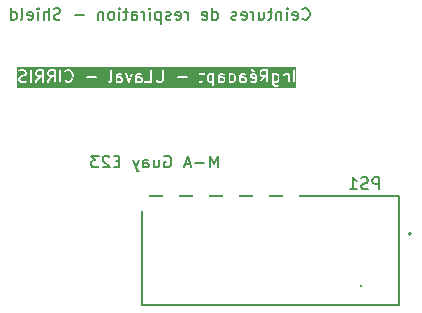
<source format=gbr>
%TF.GenerationSoftware,KiCad,Pcbnew,9.0.1*%
%TF.CreationDate,2025-06-09T14:27:30-04:00*%
%TF.ProjectId,Ceinture_respiration_Shield,4365696e-7475-4726-955f-726573706972,1.1*%
%TF.SameCoordinates,Original*%
%TF.FileFunction,Legend,Bot*%
%TF.FilePolarity,Positive*%
%FSLAX46Y46*%
G04 Gerber Fmt 4.6, Leading zero omitted, Abs format (unit mm)*
G04 Created by KiCad (PCBNEW 9.0.1) date 2025-06-09 14:27:30*
%MOMM*%
%LPD*%
G01*
G04 APERTURE LIST*
%ADD10C,0.150000*%
%ADD11C,0.127000*%
%ADD12C,0.200000*%
%ADD13R,1.508000X1.508000*%
%ADD14C,1.508000*%
%ADD15C,2.400000*%
%ADD16R,1.950000X1.950000*%
%ADD17C,1.950000*%
%ADD18R,1.700000X1.700000*%
%ADD19O,1.700000X1.700000*%
G04 APERTURE END LIST*
D10*
X40250000Y-1974600D02*
X40275400Y-1974600D01*
X40275400Y-2000000D01*
X40250000Y-2000000D01*
X40250000Y-1974600D01*
G36*
X40250000Y-1974600D02*
G01*
X40275400Y-1974600D01*
X40275400Y-2000000D01*
X40250000Y-2000000D01*
X40250000Y-1974600D01*
G37*
X28151315Y8000681D02*
X28151315Y9000681D01*
X28151315Y9000681D02*
X27817982Y8286396D01*
X27817982Y8286396D02*
X27484649Y9000681D01*
X27484649Y9000681D02*
X27484649Y8000681D01*
X27008458Y8381634D02*
X26246554Y8381634D01*
X25817982Y8286396D02*
X25341792Y8286396D01*
X25913220Y8000681D02*
X25579887Y9000681D01*
X25579887Y9000681D02*
X25246554Y8000681D01*
X23627506Y8953062D02*
X23722744Y9000681D01*
X23722744Y9000681D02*
X23865601Y9000681D01*
X23865601Y9000681D02*
X24008458Y8953062D01*
X24008458Y8953062D02*
X24103696Y8857824D01*
X24103696Y8857824D02*
X24151315Y8762586D01*
X24151315Y8762586D02*
X24198934Y8572110D01*
X24198934Y8572110D02*
X24198934Y8429253D01*
X24198934Y8429253D02*
X24151315Y8238777D01*
X24151315Y8238777D02*
X24103696Y8143539D01*
X24103696Y8143539D02*
X24008458Y8048300D01*
X24008458Y8048300D02*
X23865601Y8000681D01*
X23865601Y8000681D02*
X23770363Y8000681D01*
X23770363Y8000681D02*
X23627506Y8048300D01*
X23627506Y8048300D02*
X23579887Y8095920D01*
X23579887Y8095920D02*
X23579887Y8429253D01*
X23579887Y8429253D02*
X23770363Y8429253D01*
X22722744Y8667348D02*
X22722744Y8000681D01*
X23151315Y8667348D02*
X23151315Y8143539D01*
X23151315Y8143539D02*
X23103696Y8048300D01*
X23103696Y8048300D02*
X23008458Y8000681D01*
X23008458Y8000681D02*
X22865601Y8000681D01*
X22865601Y8000681D02*
X22770363Y8048300D01*
X22770363Y8048300D02*
X22722744Y8095920D01*
X21817982Y8000681D02*
X21817982Y8524491D01*
X21817982Y8524491D02*
X21865601Y8619729D01*
X21865601Y8619729D02*
X21960839Y8667348D01*
X21960839Y8667348D02*
X22151315Y8667348D01*
X22151315Y8667348D02*
X22246553Y8619729D01*
X21817982Y8048300D02*
X21913220Y8000681D01*
X21913220Y8000681D02*
X22151315Y8000681D01*
X22151315Y8000681D02*
X22246553Y8048300D01*
X22246553Y8048300D02*
X22294172Y8143539D01*
X22294172Y8143539D02*
X22294172Y8238777D01*
X22294172Y8238777D02*
X22246553Y8334015D01*
X22246553Y8334015D02*
X22151315Y8381634D01*
X22151315Y8381634D02*
X21913220Y8381634D01*
X21913220Y8381634D02*
X21817982Y8429253D01*
X21437029Y8667348D02*
X21198934Y8000681D01*
X20960839Y8667348D02*
X21198934Y8000681D01*
X21198934Y8000681D02*
X21294172Y7762586D01*
X21294172Y7762586D02*
X21341791Y7714967D01*
X21341791Y7714967D02*
X21437029Y7667348D01*
X19817981Y8524491D02*
X19484648Y8524491D01*
X19341791Y8000681D02*
X19817981Y8000681D01*
X19817981Y8000681D02*
X19817981Y9000681D01*
X19817981Y9000681D02*
X19341791Y9000681D01*
X18960838Y8905443D02*
X18913219Y8953062D01*
X18913219Y8953062D02*
X18817981Y9000681D01*
X18817981Y9000681D02*
X18579886Y9000681D01*
X18579886Y9000681D02*
X18484648Y8953062D01*
X18484648Y8953062D02*
X18437029Y8905443D01*
X18437029Y8905443D02*
X18389410Y8810205D01*
X18389410Y8810205D02*
X18389410Y8714967D01*
X18389410Y8714967D02*
X18437029Y8572110D01*
X18437029Y8572110D02*
X19008457Y8000681D01*
X19008457Y8000681D02*
X18389410Y8000681D01*
X18056076Y9000681D02*
X17437029Y9000681D01*
X17437029Y9000681D02*
X17770362Y8619729D01*
X17770362Y8619729D02*
X17627505Y8619729D01*
X17627505Y8619729D02*
X17532267Y8572110D01*
X17532267Y8572110D02*
X17484648Y8524491D01*
X17484648Y8524491D02*
X17437029Y8429253D01*
X17437029Y8429253D02*
X17437029Y8191158D01*
X17437029Y8191158D02*
X17484648Y8095920D01*
X17484648Y8095920D02*
X17532267Y8048300D01*
X17532267Y8048300D02*
X17627505Y8000681D01*
X17627505Y8000681D02*
X17913219Y8000681D01*
X17913219Y8000681D02*
X18008457Y8048300D01*
X18008457Y8048300D02*
X18056076Y8095920D01*
X35297620Y20595920D02*
X35345239Y20548300D01*
X35345239Y20548300D02*
X35488096Y20500681D01*
X35488096Y20500681D02*
X35583334Y20500681D01*
X35583334Y20500681D02*
X35726191Y20548300D01*
X35726191Y20548300D02*
X35821429Y20643539D01*
X35821429Y20643539D02*
X35869048Y20738777D01*
X35869048Y20738777D02*
X35916667Y20929253D01*
X35916667Y20929253D02*
X35916667Y21072110D01*
X35916667Y21072110D02*
X35869048Y21262586D01*
X35869048Y21262586D02*
X35821429Y21357824D01*
X35821429Y21357824D02*
X35726191Y21453062D01*
X35726191Y21453062D02*
X35583334Y21500681D01*
X35583334Y21500681D02*
X35488096Y21500681D01*
X35488096Y21500681D02*
X35345239Y21453062D01*
X35345239Y21453062D02*
X35297620Y21405443D01*
X34488096Y20548300D02*
X34583334Y20500681D01*
X34583334Y20500681D02*
X34773810Y20500681D01*
X34773810Y20500681D02*
X34869048Y20548300D01*
X34869048Y20548300D02*
X34916667Y20643539D01*
X34916667Y20643539D02*
X34916667Y21024491D01*
X34916667Y21024491D02*
X34869048Y21119729D01*
X34869048Y21119729D02*
X34773810Y21167348D01*
X34773810Y21167348D02*
X34583334Y21167348D01*
X34583334Y21167348D02*
X34488096Y21119729D01*
X34488096Y21119729D02*
X34440477Y21024491D01*
X34440477Y21024491D02*
X34440477Y20929253D01*
X34440477Y20929253D02*
X34916667Y20834015D01*
X34011905Y20500681D02*
X34011905Y21167348D01*
X34011905Y21500681D02*
X34059524Y21453062D01*
X34059524Y21453062D02*
X34011905Y21405443D01*
X34011905Y21405443D02*
X33964286Y21453062D01*
X33964286Y21453062D02*
X34011905Y21500681D01*
X34011905Y21500681D02*
X34011905Y21405443D01*
X33535715Y21167348D02*
X33535715Y20500681D01*
X33535715Y21072110D02*
X33488096Y21119729D01*
X33488096Y21119729D02*
X33392858Y21167348D01*
X33392858Y21167348D02*
X33250001Y21167348D01*
X33250001Y21167348D02*
X33154763Y21119729D01*
X33154763Y21119729D02*
X33107144Y21024491D01*
X33107144Y21024491D02*
X33107144Y20500681D01*
X32773810Y21167348D02*
X32392858Y21167348D01*
X32630953Y21500681D02*
X32630953Y20643539D01*
X32630953Y20643539D02*
X32583334Y20548300D01*
X32583334Y20548300D02*
X32488096Y20500681D01*
X32488096Y20500681D02*
X32392858Y20500681D01*
X31630953Y21167348D02*
X31630953Y20500681D01*
X32059524Y21167348D02*
X32059524Y20643539D01*
X32059524Y20643539D02*
X32011905Y20548300D01*
X32011905Y20548300D02*
X31916667Y20500681D01*
X31916667Y20500681D02*
X31773810Y20500681D01*
X31773810Y20500681D02*
X31678572Y20548300D01*
X31678572Y20548300D02*
X31630953Y20595920D01*
X31154762Y20500681D02*
X31154762Y21167348D01*
X31154762Y20976872D02*
X31107143Y21072110D01*
X31107143Y21072110D02*
X31059524Y21119729D01*
X31059524Y21119729D02*
X30964286Y21167348D01*
X30964286Y21167348D02*
X30869048Y21167348D01*
X30154762Y20548300D02*
X30250000Y20500681D01*
X30250000Y20500681D02*
X30440476Y20500681D01*
X30440476Y20500681D02*
X30535714Y20548300D01*
X30535714Y20548300D02*
X30583333Y20643539D01*
X30583333Y20643539D02*
X30583333Y21024491D01*
X30583333Y21024491D02*
X30535714Y21119729D01*
X30535714Y21119729D02*
X30440476Y21167348D01*
X30440476Y21167348D02*
X30250000Y21167348D01*
X30250000Y21167348D02*
X30154762Y21119729D01*
X30154762Y21119729D02*
X30107143Y21024491D01*
X30107143Y21024491D02*
X30107143Y20929253D01*
X30107143Y20929253D02*
X30583333Y20834015D01*
X29726190Y20548300D02*
X29630952Y20500681D01*
X29630952Y20500681D02*
X29440476Y20500681D01*
X29440476Y20500681D02*
X29345238Y20548300D01*
X29345238Y20548300D02*
X29297619Y20643539D01*
X29297619Y20643539D02*
X29297619Y20691158D01*
X29297619Y20691158D02*
X29345238Y20786396D01*
X29345238Y20786396D02*
X29440476Y20834015D01*
X29440476Y20834015D02*
X29583333Y20834015D01*
X29583333Y20834015D02*
X29678571Y20881634D01*
X29678571Y20881634D02*
X29726190Y20976872D01*
X29726190Y20976872D02*
X29726190Y21024491D01*
X29726190Y21024491D02*
X29678571Y21119729D01*
X29678571Y21119729D02*
X29583333Y21167348D01*
X29583333Y21167348D02*
X29440476Y21167348D01*
X29440476Y21167348D02*
X29345238Y21119729D01*
X27678571Y20500681D02*
X27678571Y21500681D01*
X27678571Y20548300D02*
X27773809Y20500681D01*
X27773809Y20500681D02*
X27964285Y20500681D01*
X27964285Y20500681D02*
X28059523Y20548300D01*
X28059523Y20548300D02*
X28107142Y20595920D01*
X28107142Y20595920D02*
X28154761Y20691158D01*
X28154761Y20691158D02*
X28154761Y20976872D01*
X28154761Y20976872D02*
X28107142Y21072110D01*
X28107142Y21072110D02*
X28059523Y21119729D01*
X28059523Y21119729D02*
X27964285Y21167348D01*
X27964285Y21167348D02*
X27773809Y21167348D01*
X27773809Y21167348D02*
X27678571Y21119729D01*
X26821428Y20548300D02*
X26916666Y20500681D01*
X26916666Y20500681D02*
X27107142Y20500681D01*
X27107142Y20500681D02*
X27202380Y20548300D01*
X27202380Y20548300D02*
X27249999Y20643539D01*
X27249999Y20643539D02*
X27249999Y21024491D01*
X27249999Y21024491D02*
X27202380Y21119729D01*
X27202380Y21119729D02*
X27107142Y21167348D01*
X27107142Y21167348D02*
X26916666Y21167348D01*
X26916666Y21167348D02*
X26821428Y21119729D01*
X26821428Y21119729D02*
X26773809Y21024491D01*
X26773809Y21024491D02*
X26773809Y20929253D01*
X26773809Y20929253D02*
X27249999Y20834015D01*
X25583332Y20500681D02*
X25583332Y21167348D01*
X25583332Y20976872D02*
X25535713Y21072110D01*
X25535713Y21072110D02*
X25488094Y21119729D01*
X25488094Y21119729D02*
X25392856Y21167348D01*
X25392856Y21167348D02*
X25297618Y21167348D01*
X24583332Y20548300D02*
X24678570Y20500681D01*
X24678570Y20500681D02*
X24869046Y20500681D01*
X24869046Y20500681D02*
X24964284Y20548300D01*
X24964284Y20548300D02*
X25011903Y20643539D01*
X25011903Y20643539D02*
X25011903Y21024491D01*
X25011903Y21024491D02*
X24964284Y21119729D01*
X24964284Y21119729D02*
X24869046Y21167348D01*
X24869046Y21167348D02*
X24678570Y21167348D01*
X24678570Y21167348D02*
X24583332Y21119729D01*
X24583332Y21119729D02*
X24535713Y21024491D01*
X24535713Y21024491D02*
X24535713Y20929253D01*
X24535713Y20929253D02*
X25011903Y20834015D01*
X24154760Y20548300D02*
X24059522Y20500681D01*
X24059522Y20500681D02*
X23869046Y20500681D01*
X23869046Y20500681D02*
X23773808Y20548300D01*
X23773808Y20548300D02*
X23726189Y20643539D01*
X23726189Y20643539D02*
X23726189Y20691158D01*
X23726189Y20691158D02*
X23773808Y20786396D01*
X23773808Y20786396D02*
X23869046Y20834015D01*
X23869046Y20834015D02*
X24011903Y20834015D01*
X24011903Y20834015D02*
X24107141Y20881634D01*
X24107141Y20881634D02*
X24154760Y20976872D01*
X24154760Y20976872D02*
X24154760Y21024491D01*
X24154760Y21024491D02*
X24107141Y21119729D01*
X24107141Y21119729D02*
X24011903Y21167348D01*
X24011903Y21167348D02*
X23869046Y21167348D01*
X23869046Y21167348D02*
X23773808Y21119729D01*
X23297617Y21167348D02*
X23297617Y20167348D01*
X23297617Y21119729D02*
X23202379Y21167348D01*
X23202379Y21167348D02*
X23011903Y21167348D01*
X23011903Y21167348D02*
X22916665Y21119729D01*
X22916665Y21119729D02*
X22869046Y21072110D01*
X22869046Y21072110D02*
X22821427Y20976872D01*
X22821427Y20976872D02*
X22821427Y20691158D01*
X22821427Y20691158D02*
X22869046Y20595920D01*
X22869046Y20595920D02*
X22916665Y20548300D01*
X22916665Y20548300D02*
X23011903Y20500681D01*
X23011903Y20500681D02*
X23202379Y20500681D01*
X23202379Y20500681D02*
X23297617Y20548300D01*
X22392855Y20500681D02*
X22392855Y21167348D01*
X22392855Y21500681D02*
X22440474Y21453062D01*
X22440474Y21453062D02*
X22392855Y21405443D01*
X22392855Y21405443D02*
X22345236Y21453062D01*
X22345236Y21453062D02*
X22392855Y21500681D01*
X22392855Y21500681D02*
X22392855Y21405443D01*
X21916665Y20500681D02*
X21916665Y21167348D01*
X21916665Y20976872D02*
X21869046Y21072110D01*
X21869046Y21072110D02*
X21821427Y21119729D01*
X21821427Y21119729D02*
X21726189Y21167348D01*
X21726189Y21167348D02*
X21630951Y21167348D01*
X20869046Y20500681D02*
X20869046Y21024491D01*
X20869046Y21024491D02*
X20916665Y21119729D01*
X20916665Y21119729D02*
X21011903Y21167348D01*
X21011903Y21167348D02*
X21202379Y21167348D01*
X21202379Y21167348D02*
X21297617Y21119729D01*
X20869046Y20548300D02*
X20964284Y20500681D01*
X20964284Y20500681D02*
X21202379Y20500681D01*
X21202379Y20500681D02*
X21297617Y20548300D01*
X21297617Y20548300D02*
X21345236Y20643539D01*
X21345236Y20643539D02*
X21345236Y20738777D01*
X21345236Y20738777D02*
X21297617Y20834015D01*
X21297617Y20834015D02*
X21202379Y20881634D01*
X21202379Y20881634D02*
X20964284Y20881634D01*
X20964284Y20881634D02*
X20869046Y20929253D01*
X20535712Y21167348D02*
X20154760Y21167348D01*
X20392855Y21500681D02*
X20392855Y20643539D01*
X20392855Y20643539D02*
X20345236Y20548300D01*
X20345236Y20548300D02*
X20249998Y20500681D01*
X20249998Y20500681D02*
X20154760Y20500681D01*
X19821426Y20500681D02*
X19821426Y21167348D01*
X19821426Y21500681D02*
X19869045Y21453062D01*
X19869045Y21453062D02*
X19821426Y21405443D01*
X19821426Y21405443D02*
X19773807Y21453062D01*
X19773807Y21453062D02*
X19821426Y21500681D01*
X19821426Y21500681D02*
X19821426Y21405443D01*
X19202379Y20500681D02*
X19297617Y20548300D01*
X19297617Y20548300D02*
X19345236Y20595920D01*
X19345236Y20595920D02*
X19392855Y20691158D01*
X19392855Y20691158D02*
X19392855Y20976872D01*
X19392855Y20976872D02*
X19345236Y21072110D01*
X19345236Y21072110D02*
X19297617Y21119729D01*
X19297617Y21119729D02*
X19202379Y21167348D01*
X19202379Y21167348D02*
X19059522Y21167348D01*
X19059522Y21167348D02*
X18964284Y21119729D01*
X18964284Y21119729D02*
X18916665Y21072110D01*
X18916665Y21072110D02*
X18869046Y20976872D01*
X18869046Y20976872D02*
X18869046Y20691158D01*
X18869046Y20691158D02*
X18916665Y20595920D01*
X18916665Y20595920D02*
X18964284Y20548300D01*
X18964284Y20548300D02*
X19059522Y20500681D01*
X19059522Y20500681D02*
X19202379Y20500681D01*
X18440474Y21167348D02*
X18440474Y20500681D01*
X18440474Y21072110D02*
X18392855Y21119729D01*
X18392855Y21119729D02*
X18297617Y21167348D01*
X18297617Y21167348D02*
X18154760Y21167348D01*
X18154760Y21167348D02*
X18059522Y21119729D01*
X18059522Y21119729D02*
X18011903Y21024491D01*
X18011903Y21024491D02*
X18011903Y20500681D01*
X16773807Y20881634D02*
X16011903Y20881634D01*
X14821426Y20548300D02*
X14678569Y20500681D01*
X14678569Y20500681D02*
X14440474Y20500681D01*
X14440474Y20500681D02*
X14345236Y20548300D01*
X14345236Y20548300D02*
X14297617Y20595920D01*
X14297617Y20595920D02*
X14249998Y20691158D01*
X14249998Y20691158D02*
X14249998Y20786396D01*
X14249998Y20786396D02*
X14297617Y20881634D01*
X14297617Y20881634D02*
X14345236Y20929253D01*
X14345236Y20929253D02*
X14440474Y20976872D01*
X14440474Y20976872D02*
X14630950Y21024491D01*
X14630950Y21024491D02*
X14726188Y21072110D01*
X14726188Y21072110D02*
X14773807Y21119729D01*
X14773807Y21119729D02*
X14821426Y21214967D01*
X14821426Y21214967D02*
X14821426Y21310205D01*
X14821426Y21310205D02*
X14773807Y21405443D01*
X14773807Y21405443D02*
X14726188Y21453062D01*
X14726188Y21453062D02*
X14630950Y21500681D01*
X14630950Y21500681D02*
X14392855Y21500681D01*
X14392855Y21500681D02*
X14249998Y21453062D01*
X13821426Y20500681D02*
X13821426Y21500681D01*
X13392855Y20500681D02*
X13392855Y21024491D01*
X13392855Y21024491D02*
X13440474Y21119729D01*
X13440474Y21119729D02*
X13535712Y21167348D01*
X13535712Y21167348D02*
X13678569Y21167348D01*
X13678569Y21167348D02*
X13773807Y21119729D01*
X13773807Y21119729D02*
X13821426Y21072110D01*
X12916664Y20500681D02*
X12916664Y21167348D01*
X12916664Y21500681D02*
X12964283Y21453062D01*
X12964283Y21453062D02*
X12916664Y21405443D01*
X12916664Y21405443D02*
X12869045Y21453062D01*
X12869045Y21453062D02*
X12916664Y21500681D01*
X12916664Y21500681D02*
X12916664Y21405443D01*
X12059522Y20548300D02*
X12154760Y20500681D01*
X12154760Y20500681D02*
X12345236Y20500681D01*
X12345236Y20500681D02*
X12440474Y20548300D01*
X12440474Y20548300D02*
X12488093Y20643539D01*
X12488093Y20643539D02*
X12488093Y21024491D01*
X12488093Y21024491D02*
X12440474Y21119729D01*
X12440474Y21119729D02*
X12345236Y21167348D01*
X12345236Y21167348D02*
X12154760Y21167348D01*
X12154760Y21167348D02*
X12059522Y21119729D01*
X12059522Y21119729D02*
X12011903Y21024491D01*
X12011903Y21024491D02*
X12011903Y20929253D01*
X12011903Y20929253D02*
X12488093Y20834015D01*
X11440474Y20500681D02*
X11535712Y20548300D01*
X11535712Y20548300D02*
X11583331Y20643539D01*
X11583331Y20643539D02*
X11583331Y21500681D01*
X10630950Y20500681D02*
X10630950Y21500681D01*
X10630950Y20548300D02*
X10726188Y20500681D01*
X10726188Y20500681D02*
X10916664Y20500681D01*
X10916664Y20500681D02*
X11011902Y20548300D01*
X11011902Y20548300D02*
X11059521Y20595920D01*
X11059521Y20595920D02*
X11107140Y20691158D01*
X11107140Y20691158D02*
X11107140Y20976872D01*
X11107140Y20976872D02*
X11059521Y21072110D01*
X11059521Y21072110D02*
X11011902Y21119729D01*
X11011902Y21119729D02*
X10916664Y21167348D01*
X10916664Y21167348D02*
X10726188Y21167348D01*
X10726188Y21167348D02*
X10630950Y21119729D01*
G36*
X33146049Y15808090D02*
G01*
X33176456Y15777683D01*
X33210714Y15709167D01*
X33210714Y15458863D01*
X33176455Y15390347D01*
X33146048Y15359939D01*
X33077533Y15325681D01*
X32922467Y15325681D01*
X32884524Y15344653D01*
X32884524Y15823377D01*
X32922467Y15842348D01*
X33077533Y15842348D01*
X33146049Y15808090D01*
G37*
G36*
X27686904Y15823377D02*
G01*
X27686904Y15344653D01*
X27648961Y15325681D01*
X27493895Y15325681D01*
X27425379Y15359939D01*
X27394972Y15390347D01*
X27360714Y15458863D01*
X27360714Y15709167D01*
X27394972Y15777683D01*
X27425379Y15808090D01*
X27493895Y15842348D01*
X27648961Y15842348D01*
X27686904Y15823377D01*
G37*
G36*
X19646855Y15559297D02*
G01*
X19649544Y15559106D01*
X19652033Y15558075D01*
X19666665Y15556634D01*
X19887055Y15556634D01*
X19944096Y15528114D01*
X19972617Y15471072D01*
X19972617Y15411244D01*
X19944096Y15354202D01*
X19887055Y15325681D01*
X19684370Y15325681D01*
X19646427Y15344653D01*
X19646427Y15559461D01*
X19646855Y15559297D01*
G37*
G36*
X21313522Y15559297D02*
G01*
X21316211Y15559106D01*
X21318700Y15558075D01*
X21333332Y15556634D01*
X21553722Y15556634D01*
X21610763Y15528114D01*
X21639284Y15471072D01*
X21639284Y15411244D01*
X21610763Y15354202D01*
X21553722Y15325681D01*
X21351037Y15325681D01*
X21313094Y15344653D01*
X21313094Y15559461D01*
X21313522Y15559297D01*
G37*
G36*
X28313523Y15559297D02*
G01*
X28316212Y15559106D01*
X28318701Y15558075D01*
X28333333Y15556634D01*
X28553723Y15556634D01*
X28610764Y15528114D01*
X28639285Y15471072D01*
X28639285Y15411244D01*
X28610764Y15354202D01*
X28553723Y15325681D01*
X28351038Y15325681D01*
X28313095Y15344653D01*
X28313095Y15559461D01*
X28313523Y15559297D01*
G37*
G36*
X29479382Y15808090D02*
G01*
X29509789Y15777683D01*
X29544047Y15709167D01*
X29544047Y15458863D01*
X29509788Y15390347D01*
X29479381Y15359939D01*
X29410866Y15325681D01*
X29255800Y15325681D01*
X29217857Y15344653D01*
X29217857Y15823377D01*
X29255800Y15842348D01*
X29410866Y15842348D01*
X29479382Y15808090D01*
G37*
G36*
X30123047Y15559297D02*
G01*
X30125736Y15559106D01*
X30128225Y15558075D01*
X30142857Y15556634D01*
X30363247Y15556634D01*
X30420288Y15528114D01*
X30448809Y15471072D01*
X30448809Y15411244D01*
X30420288Y15354202D01*
X30363247Y15325681D01*
X30160562Y15325681D01*
X30122619Y15344653D01*
X30122619Y15559461D01*
X30123047Y15559297D01*
G37*
G36*
X31277431Y15813828D02*
G01*
X31305952Y15756786D01*
X31305952Y15675501D01*
X30979762Y15740739D01*
X30979762Y15756786D01*
X31008282Y15813828D01*
X31065324Y15842348D01*
X31220390Y15842348D01*
X31277431Y15813828D01*
G37*
G36*
X13258331Y15801872D02*
G01*
X12970084Y15801872D01*
X12901568Y15836130D01*
X12871161Y15866537D01*
X12836903Y15935053D01*
X12836903Y16042500D01*
X12871161Y16111016D01*
X12901568Y16141423D01*
X12970084Y16175681D01*
X13258331Y16175681D01*
X13258331Y15801872D01*
G37*
G36*
X14258331Y15801872D02*
G01*
X13970084Y15801872D01*
X13901568Y15836130D01*
X13871161Y15866537D01*
X13836903Y15935053D01*
X13836903Y16042500D01*
X13871161Y16111016D01*
X13901568Y16141423D01*
X13970084Y16175681D01*
X14258331Y16175681D01*
X14258331Y15801872D01*
G37*
G36*
X32258333Y15801872D02*
G01*
X31970086Y15801872D01*
X31901570Y15836130D01*
X31871163Y15866537D01*
X31836905Y15935053D01*
X31836905Y16042500D01*
X31871163Y16111016D01*
X31901570Y16141423D01*
X31970086Y16175681D01*
X32258333Y16175681D01*
X32258333Y15801872D01*
G37*
G36*
X34805158Y14731237D02*
G01*
X11147221Y14731237D01*
X11147221Y15536396D01*
X11258332Y15536396D01*
X11258332Y15441158D01*
X11259773Y15426526D01*
X11260804Y15424037D01*
X11260995Y15421349D01*
X11266250Y15407617D01*
X11313869Y15312379D01*
X11317832Y15306083D01*
X11318590Y15304253D01*
X11320279Y15302195D01*
X11321701Y15299936D01*
X11323199Y15298637D01*
X11327917Y15292888D01*
X11375536Y15245268D01*
X11381285Y15240550D01*
X11382586Y15239050D01*
X11384845Y15237628D01*
X11386902Y15235940D01*
X11388729Y15235183D01*
X11395029Y15231218D01*
X11490267Y15183599D01*
X11503998Y15178344D01*
X11506687Y15178153D01*
X11509176Y15177122D01*
X11523808Y15175681D01*
X11761903Y15175681D01*
X11769308Y15176411D01*
X11771283Y15176270D01*
X11773880Y15176861D01*
X11776535Y15177122D01*
X11778366Y15177881D01*
X11785620Y15179530D01*
X11928477Y15227149D01*
X11941902Y15233143D01*
X11964009Y15252317D01*
X11977096Y15278490D01*
X11979171Y15307680D01*
X11969917Y15335442D01*
X11950743Y15357550D01*
X11924569Y15370636D01*
X11895379Y15372711D01*
X11881042Y15369451D01*
X11749733Y15325681D01*
X11541513Y15325681D01*
X11472997Y15359939D01*
X11442590Y15390347D01*
X11408332Y15458863D01*
X11408332Y15518691D01*
X11442590Y15587207D01*
X11472997Y15617614D01*
X11549984Y15656108D01*
X11732474Y15701730D01*
X11733553Y15702116D01*
X11734093Y15702154D01*
X11740174Y15704482D01*
X11746320Y15706677D01*
X11746755Y15707000D01*
X11747825Y15707409D01*
X11843063Y15755028D01*
X11849362Y15758993D01*
X11851190Y15759750D01*
X11853246Y15761439D01*
X11855506Y15762860D01*
X11856805Y15764359D01*
X11862555Y15769077D01*
X11910174Y15816696D01*
X11914892Y15822446D01*
X11916391Y15823745D01*
X11917812Y15826005D01*
X11919501Y15828061D01*
X11920258Y15829889D01*
X11924223Y15836188D01*
X11971842Y15931426D01*
X11977097Y15945157D01*
X11977288Y15947847D01*
X11978319Y15950335D01*
X11979760Y15964967D01*
X11979760Y16060205D01*
X11978319Y16074837D01*
X11977288Y16077326D01*
X11977097Y16080015D01*
X11971842Y16093746D01*
X11924223Y16188984D01*
X11920258Y16195284D01*
X11919501Y16197111D01*
X11917812Y16199168D01*
X11916391Y16201427D01*
X11914892Y16202727D01*
X11910174Y16208476D01*
X11867969Y16250681D01*
X12258331Y16250681D01*
X12258331Y15250681D01*
X12259772Y15236049D01*
X12270971Y15209013D01*
X12291663Y15188321D01*
X12318699Y15177122D01*
X12347963Y15177122D01*
X12374999Y15188321D01*
X12395691Y15209013D01*
X12406890Y15236049D01*
X12408331Y15250681D01*
X12408331Y16060205D01*
X12686903Y16060205D01*
X12686903Y15917348D01*
X12688344Y15902716D01*
X12689375Y15900227D01*
X12689566Y15897539D01*
X12694821Y15883807D01*
X12742440Y15788569D01*
X12746404Y15782270D01*
X12747162Y15780442D01*
X12748850Y15778386D01*
X12750272Y15776126D01*
X12751770Y15774827D01*
X12756489Y15769077D01*
X12804108Y15721458D01*
X12809857Y15716740D01*
X12811157Y15715241D01*
X12813416Y15713820D01*
X12815473Y15712131D01*
X12817300Y15711374D01*
X12823600Y15707409D01*
X12918838Y15659790D01*
X12932569Y15654535D01*
X12935258Y15654344D01*
X12937747Y15653313D01*
X12951264Y15651982D01*
X12700461Y15293691D01*
X12693250Y15280877D01*
X12686921Y15252306D01*
X12692006Y15223489D01*
X12707733Y15198810D01*
X12731707Y15182028D01*
X12760278Y15175699D01*
X12789095Y15180784D01*
X12813774Y15196511D01*
X12823345Y15207671D01*
X13134285Y15651872D01*
X13258331Y15651872D01*
X13258331Y15250681D01*
X13259772Y15236049D01*
X13270971Y15209013D01*
X13291663Y15188321D01*
X13318699Y15177122D01*
X13347963Y15177122D01*
X13374999Y15188321D01*
X13395691Y15209013D01*
X13406890Y15236049D01*
X13408331Y15250681D01*
X13408331Y16060205D01*
X13686903Y16060205D01*
X13686903Y15917348D01*
X13688344Y15902716D01*
X13689375Y15900227D01*
X13689566Y15897539D01*
X13694821Y15883807D01*
X13742440Y15788569D01*
X13746404Y15782270D01*
X13747162Y15780442D01*
X13748850Y15778386D01*
X13750272Y15776126D01*
X13751770Y15774827D01*
X13756489Y15769077D01*
X13804108Y15721458D01*
X13809857Y15716740D01*
X13811157Y15715241D01*
X13813416Y15713820D01*
X13815473Y15712131D01*
X13817300Y15711374D01*
X13823600Y15707409D01*
X13918838Y15659790D01*
X13932569Y15654535D01*
X13935258Y15654344D01*
X13937747Y15653313D01*
X13951264Y15651982D01*
X13700461Y15293691D01*
X13693250Y15280877D01*
X13686921Y15252306D01*
X13692006Y15223489D01*
X13707733Y15198810D01*
X13731707Y15182028D01*
X13760278Y15175699D01*
X13789095Y15180784D01*
X13813774Y15196511D01*
X13823345Y15207671D01*
X14134285Y15651872D01*
X14258331Y15651872D01*
X14258331Y15250681D01*
X14259772Y15236049D01*
X14270971Y15209013D01*
X14291663Y15188321D01*
X14318699Y15177122D01*
X14347963Y15177122D01*
X14374999Y15188321D01*
X14395691Y15209013D01*
X14406890Y15236049D01*
X14408331Y15250681D01*
X14408331Y16250681D01*
X14734521Y16250681D01*
X14734521Y15250681D01*
X14735962Y15236049D01*
X14747161Y15209013D01*
X14767853Y15188321D01*
X14794889Y15177122D01*
X14824153Y15177122D01*
X14851189Y15188321D01*
X14871881Y15209013D01*
X14883080Y15236049D01*
X14884521Y15250681D01*
X14884521Y16170074D01*
X15164534Y16170074D01*
X15164534Y16140812D01*
X15175733Y16113775D01*
X15196425Y16093083D01*
X15223462Y16081884D01*
X15252724Y16081884D01*
X15279761Y16093083D01*
X15291126Y16102410D01*
X15326226Y16137510D01*
X15440739Y16175681D01*
X15511637Y16175681D01*
X15626150Y16137510D01*
X15700263Y16063397D01*
X15738756Y15986410D01*
X15782140Y15812876D01*
X15782140Y15688487D01*
X15738756Y15514953D01*
X15700262Y15437966D01*
X15626150Y15363853D01*
X15511637Y15325681D01*
X15440739Y15325681D01*
X15326226Y15363852D01*
X15291127Y15398952D01*
X15279761Y15408280D01*
X15252725Y15419479D01*
X15223462Y15419479D01*
X15196426Y15408281D01*
X15175733Y15387588D01*
X15164534Y15360552D01*
X15164534Y15331289D01*
X15175732Y15304253D01*
X15185059Y15292888D01*
X15232678Y15245268D01*
X15244044Y15235940D01*
X15246532Y15234910D01*
X15248569Y15233143D01*
X15261995Y15227149D01*
X15404851Y15179530D01*
X15412106Y15177881D01*
X15413937Y15177122D01*
X15416590Y15176861D01*
X15419188Y15176270D01*
X15421162Y15176411D01*
X15428569Y15175681D01*
X15523807Y15175681D01*
X15531212Y15176411D01*
X15533187Y15176270D01*
X15535784Y15176861D01*
X15538439Y15177122D01*
X15540270Y15177881D01*
X15547524Y15179530D01*
X15690381Y15227149D01*
X15703806Y15233143D01*
X15705841Y15234909D01*
X15708332Y15235940D01*
X15719697Y15245267D01*
X15734492Y15260062D01*
X18877968Y15260062D01*
X18880042Y15230872D01*
X18893129Y15204697D01*
X18915237Y15185524D01*
X18942998Y15176270D01*
X18972188Y15178344D01*
X18985920Y15183599D01*
X19081158Y15231218D01*
X19083605Y15232759D01*
X19084759Y15233143D01*
X19086195Y15234389D01*
X19093601Y15239050D01*
X19099762Y15246155D01*
X19106867Y15252316D01*
X19111528Y15259722D01*
X19112774Y15261158D01*
X19113158Y15262312D01*
X19114699Y15264759D01*
X19162318Y15359998D01*
X19167573Y15373730D01*
X19167763Y15376418D01*
X19168795Y15378907D01*
X19170236Y15393539D01*
X19170236Y15774491D01*
X19496427Y15774491D01*
X19496427Y15250681D01*
X19497868Y15236049D01*
X19509067Y15209013D01*
X19529759Y15188321D01*
X19556795Y15177122D01*
X19586059Y15177122D01*
X19613095Y15188321D01*
X19616623Y15191850D01*
X19633124Y15183599D01*
X19646855Y15178344D01*
X19649544Y15178153D01*
X19652033Y15177122D01*
X19666665Y15175681D01*
X19904760Y15175681D01*
X19919392Y15177122D01*
X19921881Y15178154D01*
X19924569Y15178344D01*
X19938301Y15183599D01*
X20033539Y15231218D01*
X20035986Y15232759D01*
X20037140Y15233143D01*
X20038576Y15234389D01*
X20045982Y15239050D01*
X20052143Y15246155D01*
X20059248Y15252316D01*
X20063909Y15259722D01*
X20065155Y15261158D01*
X20065539Y15262312D01*
X20067080Y15264759D01*
X20114699Y15359998D01*
X20119954Y15373730D01*
X20120144Y15376418D01*
X20121176Y15378907D01*
X20122617Y15393539D01*
X20122617Y15488777D01*
X20121176Y15503409D01*
X20120145Y15505898D01*
X20119954Y15508587D01*
X20114699Y15522318D01*
X20067080Y15617556D01*
X20065539Y15620004D01*
X20065155Y15621157D01*
X20063909Y15622594D01*
X20059248Y15629999D01*
X20052143Y15636161D01*
X20045982Y15643265D01*
X20038576Y15647927D01*
X20037140Y15649172D01*
X20035986Y15649557D01*
X20033539Y15651097D01*
X19938301Y15698716D01*
X19924569Y15703971D01*
X19921881Y15704162D01*
X19919392Y15705193D01*
X19904760Y15706634D01*
X19684370Y15706634D01*
X19646427Y15725606D01*
X19646427Y15756786D01*
X19674947Y15813828D01*
X19731989Y15842348D01*
X19887055Y15842348D01*
X19966457Y15802647D01*
X19980188Y15797392D01*
X20009378Y15795318D01*
X20037140Y15804572D01*
X20059247Y15823745D01*
X20072335Y15849920D01*
X20074409Y15879110D01*
X20065316Y15906387D01*
X20306756Y15906387D01*
X20310320Y15892123D01*
X20548415Y15225456D01*
X20554694Y15212161D01*
X20557220Y15209371D01*
X20558832Y15205968D01*
X20566967Y15198603D01*
X20574333Y15190467D01*
X20577735Y15188856D01*
X20580526Y15186329D01*
X20590863Y15182638D01*
X20600779Y15177940D01*
X20604537Y15177754D01*
X20608085Y15176486D01*
X20619046Y15177032D01*
X20630007Y15176486D01*
X20633554Y15177754D01*
X20637313Y15177940D01*
X20647228Y15182638D01*
X20657566Y15186329D01*
X20660356Y15188856D01*
X20663759Y15190467D01*
X20671127Y15198607D01*
X20679260Y15205969D01*
X20680870Y15209370D01*
X20683398Y15212161D01*
X20689677Y15225456D01*
X20885761Y15774491D01*
X21163094Y15774491D01*
X21163094Y15250681D01*
X21164535Y15236049D01*
X21175734Y15209013D01*
X21196426Y15188321D01*
X21223462Y15177122D01*
X21252726Y15177122D01*
X21279762Y15188321D01*
X21283290Y15191850D01*
X21299791Y15183599D01*
X21313522Y15178344D01*
X21316211Y15178153D01*
X21318700Y15177122D01*
X21333332Y15175681D01*
X21571427Y15175681D01*
X21586059Y15177122D01*
X21588548Y15178154D01*
X21591236Y15178344D01*
X21604968Y15183599D01*
X21700206Y15231218D01*
X21702653Y15232759D01*
X21703807Y15233143D01*
X21705243Y15234389D01*
X21712649Y15239050D01*
X21718810Y15246155D01*
X21725915Y15252316D01*
X21730576Y15259722D01*
X21731822Y15261158D01*
X21732206Y15262312D01*
X21733747Y15264759D01*
X21734024Y15265313D01*
X21926440Y15265313D01*
X21926440Y15236049D01*
X21937639Y15209013D01*
X21958331Y15188321D01*
X21985367Y15177122D01*
X21999999Y15175681D01*
X22476189Y15175681D01*
X22490821Y15177122D01*
X22517857Y15188321D01*
X22538549Y15209013D01*
X22549748Y15236049D01*
X22551189Y15250681D01*
X22551189Y16250681D01*
X22877380Y16250681D01*
X22877380Y15441158D01*
X22878821Y15426526D01*
X22879852Y15424037D01*
X22880043Y15421349D01*
X22885298Y15407617D01*
X22932917Y15312379D01*
X22936880Y15306083D01*
X22937638Y15304253D01*
X22939327Y15302195D01*
X22940749Y15299936D01*
X22942247Y15298637D01*
X22946965Y15292888D01*
X22994584Y15245268D01*
X23000333Y15240550D01*
X23001634Y15239050D01*
X23003893Y15237628D01*
X23005950Y15235940D01*
X23007777Y15235183D01*
X23014077Y15231218D01*
X23109315Y15183599D01*
X23123046Y15178344D01*
X23125735Y15178153D01*
X23128224Y15177122D01*
X23142856Y15175681D01*
X23333332Y15175681D01*
X23347964Y15177122D01*
X23350453Y15178154D01*
X23353141Y15178344D01*
X23366873Y15183599D01*
X23462111Y15231218D01*
X23468410Y15235183D01*
X23470238Y15235940D01*
X23472294Y15237628D01*
X23474554Y15239050D01*
X23475854Y15240550D01*
X23481604Y15245268D01*
X23529222Y15292887D01*
X23533940Y15298637D01*
X23535439Y15299936D01*
X23536860Y15302195D01*
X23538550Y15304253D01*
X23539307Y15306083D01*
X23543271Y15312379D01*
X23590890Y15407617D01*
X23596145Y15421348D01*
X23596336Y15424038D01*
X23597367Y15426526D01*
X23598808Y15441158D01*
X23598808Y15646266D01*
X24688345Y15646266D01*
X24688345Y15617002D01*
X24699544Y15589966D01*
X24720236Y15569274D01*
X24747272Y15558075D01*
X24761904Y15556634D01*
X25523808Y15556634D01*
X25538440Y15558075D01*
X25565476Y15569274D01*
X25586168Y15589966D01*
X25597367Y15617002D01*
X25597367Y15646266D01*
X25586168Y15673302D01*
X25565476Y15693994D01*
X25538440Y15705193D01*
X25523808Y15706634D01*
X24761904Y15706634D01*
X24747272Y15705193D01*
X24720236Y15693994D01*
X24699544Y15673302D01*
X24688345Y15646266D01*
X23598808Y15646266D01*
X23598808Y15931980D01*
X26545488Y15931980D01*
X26545488Y15902716D01*
X26556687Y15875680D01*
X26577379Y15854988D01*
X26604415Y15843789D01*
X26619047Y15842348D01*
X26782142Y15842348D01*
X26782142Y15411244D01*
X26753621Y15354202D01*
X26696580Y15325681D01*
X26619047Y15325681D01*
X26604415Y15324240D01*
X26577379Y15313041D01*
X26556687Y15292349D01*
X26545488Y15265313D01*
X26545488Y15236049D01*
X26556687Y15209013D01*
X26577379Y15188321D01*
X26604415Y15177122D01*
X26619047Y15175681D01*
X26714285Y15175681D01*
X26728917Y15177122D01*
X26731406Y15178154D01*
X26734094Y15178344D01*
X26747826Y15183599D01*
X26843064Y15231218D01*
X26845511Y15232759D01*
X26846665Y15233143D01*
X26848101Y15234389D01*
X26855507Y15239050D01*
X26861668Y15246155D01*
X26868773Y15252316D01*
X26873434Y15259722D01*
X26874680Y15261158D01*
X26875064Y15262312D01*
X26876605Y15264759D01*
X26924224Y15359998D01*
X26929479Y15373730D01*
X26929669Y15376418D01*
X26930701Y15378907D01*
X26932142Y15393539D01*
X26932142Y15726872D01*
X27210714Y15726872D01*
X27210714Y15441158D01*
X27212155Y15426526D01*
X27213186Y15424037D01*
X27213377Y15421349D01*
X27218632Y15407617D01*
X27266251Y15312379D01*
X27270214Y15306083D01*
X27270972Y15304253D01*
X27272661Y15302195D01*
X27274083Y15299936D01*
X27275581Y15298637D01*
X27280299Y15292888D01*
X27327918Y15245268D01*
X27333667Y15240550D01*
X27334968Y15239050D01*
X27337227Y15237628D01*
X27339284Y15235940D01*
X27341111Y15235183D01*
X27347411Y15231218D01*
X27442649Y15183599D01*
X27456380Y15178344D01*
X27459069Y15178153D01*
X27461558Y15177122D01*
X27476190Y15175681D01*
X27666666Y15175681D01*
X27681298Y15177122D01*
X27683787Y15178154D01*
X27686475Y15178344D01*
X27686904Y15178509D01*
X27686904Y14917348D01*
X27688345Y14902716D01*
X27699544Y14875680D01*
X27720236Y14854988D01*
X27747272Y14843789D01*
X27776536Y14843789D01*
X27803572Y14854988D01*
X27824264Y14875680D01*
X27835463Y14902716D01*
X27836904Y14917348D01*
X27836904Y15774491D01*
X28163095Y15774491D01*
X28163095Y15250681D01*
X28164536Y15236049D01*
X28175735Y15209013D01*
X28196427Y15188321D01*
X28223463Y15177122D01*
X28252727Y15177122D01*
X28279763Y15188321D01*
X28283291Y15191850D01*
X28299792Y15183599D01*
X28313523Y15178344D01*
X28316212Y15178153D01*
X28318701Y15177122D01*
X28333333Y15175681D01*
X28571428Y15175681D01*
X28586060Y15177122D01*
X28588549Y15178154D01*
X28591237Y15178344D01*
X28604969Y15183599D01*
X28700207Y15231218D01*
X28702654Y15232759D01*
X28703808Y15233143D01*
X28705244Y15234389D01*
X28712650Y15239050D01*
X28718811Y15246155D01*
X28725916Y15252316D01*
X28730577Y15259722D01*
X28731823Y15261158D01*
X28732207Y15262312D01*
X28733748Y15264759D01*
X28781367Y15359998D01*
X28786622Y15373730D01*
X28786812Y15376418D01*
X28787844Y15378907D01*
X28789285Y15393539D01*
X28789285Y15488777D01*
X28787844Y15503409D01*
X28786813Y15505898D01*
X28786622Y15508587D01*
X28781367Y15522318D01*
X28733748Y15617556D01*
X28732207Y15620004D01*
X28731823Y15621157D01*
X28730577Y15622594D01*
X28725916Y15629999D01*
X28718811Y15636161D01*
X28712650Y15643265D01*
X28705244Y15647927D01*
X28703808Y15649172D01*
X28702654Y15649557D01*
X28700207Y15651097D01*
X28604969Y15698716D01*
X28591237Y15703971D01*
X28588549Y15704162D01*
X28586060Y15705193D01*
X28571428Y15706634D01*
X28351038Y15706634D01*
X28313095Y15725606D01*
X28313095Y15756786D01*
X28341615Y15813828D01*
X28398657Y15842348D01*
X28553723Y15842348D01*
X28633125Y15802647D01*
X28646856Y15797392D01*
X28676046Y15795318D01*
X28703808Y15804572D01*
X28725915Y15823745D01*
X28739003Y15849920D01*
X28741077Y15879110D01*
X28731823Y15906871D01*
X28712650Y15928979D01*
X28700207Y15936811D01*
X28604969Y15984430D01*
X28591237Y15989685D01*
X28588549Y15989876D01*
X28586060Y15990907D01*
X28571428Y15992348D01*
X28380952Y15992348D01*
X28366320Y15990907D01*
X28363831Y15989877D01*
X28361142Y15989685D01*
X28347411Y15984430D01*
X28252173Y15936811D01*
X28249725Y15935271D01*
X28248572Y15934886D01*
X28247135Y15933641D01*
X28239730Y15928979D01*
X28233568Y15921875D01*
X28226464Y15915713D01*
X28221802Y15908308D01*
X28220557Y15906871D01*
X28220172Y15905718D01*
X28218632Y15903270D01*
X28171013Y15808032D01*
X28165758Y15794300D01*
X28165567Y15791613D01*
X28164536Y15789123D01*
X28163095Y15774491D01*
X27836904Y15774491D01*
X27836904Y15917348D01*
X27835463Y15931980D01*
X27824264Y15959016D01*
X27803572Y15979708D01*
X27776536Y15990907D01*
X27747272Y15990907D01*
X27720236Y15979708D01*
X27716707Y15976180D01*
X27700207Y15984430D01*
X27686475Y15989685D01*
X27683787Y15989876D01*
X27681298Y15990907D01*
X27666666Y15992348D01*
X27476190Y15992348D01*
X27461558Y15990907D01*
X27459069Y15989877D01*
X27456380Y15989685D01*
X27442649Y15984430D01*
X27347411Y15936811D01*
X27341111Y15932847D01*
X27339284Y15932089D01*
X27337227Y15930401D01*
X27334968Y15928979D01*
X27333668Y15927481D01*
X27327919Y15922762D01*
X27280300Y15875143D01*
X27275581Y15869394D01*
X27274083Y15868094D01*
X27272661Y15865835D01*
X27270973Y15863778D01*
X27270215Y15861951D01*
X27266251Y15855651D01*
X27218632Y15760413D01*
X27213377Y15746681D01*
X27213186Y15743994D01*
X27212155Y15741504D01*
X27210714Y15726872D01*
X26932142Y15726872D01*
X26932142Y15842348D01*
X26999999Y15842348D01*
X27014631Y15843789D01*
X27041667Y15854988D01*
X27062359Y15875680D01*
X27073558Y15902716D01*
X27073558Y15931980D01*
X27062359Y15959016D01*
X27041667Y15979708D01*
X27014631Y15990907D01*
X26999999Y15992348D01*
X26932142Y15992348D01*
X26932142Y16250681D01*
X29067857Y16250681D01*
X29067857Y15250681D01*
X29069298Y15236049D01*
X29080497Y15209013D01*
X29101189Y15188321D01*
X29128225Y15177122D01*
X29157489Y15177122D01*
X29184525Y15188321D01*
X29188053Y15191850D01*
X29204554Y15183599D01*
X29218285Y15178344D01*
X29220974Y15178153D01*
X29223463Y15177122D01*
X29238095Y15175681D01*
X29428571Y15175681D01*
X29443203Y15177122D01*
X29445692Y15178154D01*
X29448380Y15178344D01*
X29462112Y15183599D01*
X29557350Y15231218D01*
X29563649Y15235183D01*
X29565477Y15235940D01*
X29567533Y15237628D01*
X29569793Y15239050D01*
X29571093Y15240550D01*
X29576843Y15245268D01*
X29624461Y15292887D01*
X29629179Y15298637D01*
X29630678Y15299936D01*
X29632099Y15302195D01*
X29633789Y15304253D01*
X29634546Y15306083D01*
X29638510Y15312379D01*
X29686129Y15407617D01*
X29691384Y15421348D01*
X29691575Y15424038D01*
X29692606Y15426526D01*
X29694047Y15441158D01*
X29694047Y15726872D01*
X29692606Y15741504D01*
X29691575Y15743993D01*
X29691384Y15746682D01*
X29686129Y15760413D01*
X29679090Y15774491D01*
X29972619Y15774491D01*
X29972619Y15250681D01*
X29974060Y15236049D01*
X29985259Y15209013D01*
X30005951Y15188321D01*
X30032987Y15177122D01*
X30062251Y15177122D01*
X30089287Y15188321D01*
X30092815Y15191850D01*
X30109316Y15183599D01*
X30123047Y15178344D01*
X30125736Y15178153D01*
X30128225Y15177122D01*
X30142857Y15175681D01*
X30380952Y15175681D01*
X30395584Y15177122D01*
X30398073Y15178154D01*
X30400761Y15178344D01*
X30414493Y15183599D01*
X30509731Y15231218D01*
X30512178Y15232759D01*
X30513332Y15233143D01*
X30514768Y15234389D01*
X30522174Y15239050D01*
X30528335Y15246155D01*
X30535440Y15252316D01*
X30540101Y15259722D01*
X30541347Y15261158D01*
X30541731Y15262312D01*
X30543272Y15264759D01*
X30590891Y15359998D01*
X30596146Y15373730D01*
X30596336Y15376418D01*
X30597368Y15378907D01*
X30598809Y15393539D01*
X30598809Y15488777D01*
X30597368Y15503409D01*
X30596337Y15505898D01*
X30596146Y15508587D01*
X30590891Y15522318D01*
X30543272Y15617556D01*
X30541731Y15620004D01*
X30541347Y15621157D01*
X30540101Y15622594D01*
X30535440Y15629999D01*
X30528335Y15636161D01*
X30522174Y15643265D01*
X30514768Y15647927D01*
X30513332Y15649172D01*
X30512178Y15649557D01*
X30509731Y15651097D01*
X30414493Y15698716D01*
X30400761Y15703971D01*
X30398073Y15704162D01*
X30395584Y15705193D01*
X30380952Y15706634D01*
X30160562Y15706634D01*
X30122619Y15725606D01*
X30122619Y15756786D01*
X30131471Y15774491D01*
X30829762Y15774491D01*
X30829762Y15679253D01*
X30831203Y15664621D01*
X30834014Y15657833D01*
X30835441Y15650624D01*
X30839560Y15644445D01*
X30842402Y15637585D01*
X30847597Y15632390D01*
X30851673Y15626276D01*
X30857843Y15622144D01*
X30863094Y15616893D01*
X30869882Y15614082D01*
X30875988Y15609992D01*
X30890053Y15605709D01*
X31305952Y15522531D01*
X31305952Y15411244D01*
X31277431Y15354202D01*
X31220390Y15325681D01*
X31065324Y15325681D01*
X30985922Y15365382D01*
X30972190Y15370637D01*
X30943000Y15372711D01*
X30915239Y15363457D01*
X30893131Y15344284D01*
X30880044Y15318109D01*
X30877970Y15288919D01*
X30887224Y15261158D01*
X30906397Y15239050D01*
X30918840Y15231218D01*
X31014078Y15183599D01*
X31027809Y15178344D01*
X31030498Y15178153D01*
X31032987Y15177122D01*
X31047619Y15175681D01*
X31238095Y15175681D01*
X31252727Y15177122D01*
X31255216Y15178154D01*
X31257904Y15178344D01*
X31271636Y15183599D01*
X31366874Y15231218D01*
X31369321Y15232759D01*
X31370475Y15233143D01*
X31371911Y15234389D01*
X31379317Y15239050D01*
X31385478Y15246155D01*
X31392583Y15252316D01*
X31397244Y15259722D01*
X31398490Y15261158D01*
X31398874Y15262312D01*
X31400415Y15264759D01*
X31448034Y15359998D01*
X31453289Y15373730D01*
X31453479Y15376418D01*
X31454511Y15378907D01*
X31455952Y15393539D01*
X31455952Y15774491D01*
X31454511Y15789123D01*
X31453480Y15791612D01*
X31453289Y15794301D01*
X31448034Y15808032D01*
X31400415Y15903270D01*
X31398874Y15905718D01*
X31398490Y15906871D01*
X31397244Y15908308D01*
X31392583Y15915713D01*
X31385478Y15921875D01*
X31379317Y15928979D01*
X31371911Y15933641D01*
X31370475Y15934886D01*
X31369321Y15935271D01*
X31366874Y15936811D01*
X31271636Y15984430D01*
X31257904Y15989685D01*
X31255216Y15989876D01*
X31252727Y15990907D01*
X31238095Y15992348D01*
X31047619Y15992348D01*
X31032987Y15990907D01*
X31030498Y15989877D01*
X31027809Y15989685D01*
X31014078Y15984430D01*
X30918840Y15936811D01*
X30916392Y15935271D01*
X30915239Y15934886D01*
X30913802Y15933641D01*
X30906397Y15928979D01*
X30900235Y15921875D01*
X30893131Y15915713D01*
X30888469Y15908308D01*
X30887224Y15906871D01*
X30886839Y15905718D01*
X30885299Y15903270D01*
X30837680Y15808032D01*
X30832425Y15794300D01*
X30832234Y15791613D01*
X30831203Y15789123D01*
X30829762Y15774491D01*
X30131471Y15774491D01*
X30151139Y15813828D01*
X30208181Y15842348D01*
X30363247Y15842348D01*
X30442649Y15802647D01*
X30456380Y15797392D01*
X30485570Y15795318D01*
X30513332Y15804572D01*
X30535439Y15823745D01*
X30548527Y15849920D01*
X30550601Y15879110D01*
X30541347Y15906871D01*
X30522174Y15928979D01*
X30509731Y15936811D01*
X30414493Y15984430D01*
X30400761Y15989685D01*
X30398073Y15989876D01*
X30395584Y15990907D01*
X30380952Y15992348D01*
X30190476Y15992348D01*
X30175844Y15990907D01*
X30173355Y15989877D01*
X30170666Y15989685D01*
X30156935Y15984430D01*
X30061697Y15936811D01*
X30059249Y15935271D01*
X30058096Y15934886D01*
X30056659Y15933641D01*
X30049254Y15928979D01*
X30043092Y15921875D01*
X30035988Y15915713D01*
X30031326Y15908308D01*
X30030081Y15906871D01*
X30029696Y15905718D01*
X30028156Y15903270D01*
X29980537Y15808032D01*
X29975282Y15794300D01*
X29975091Y15791613D01*
X29974060Y15789123D01*
X29972619Y15774491D01*
X29679090Y15774491D01*
X29638510Y15855651D01*
X29634545Y15861951D01*
X29633788Y15863778D01*
X29632099Y15865835D01*
X29630678Y15868094D01*
X29629179Y15869394D01*
X29624461Y15875143D01*
X29576842Y15922762D01*
X29571092Y15927481D01*
X29569793Y15928979D01*
X29567533Y15930401D01*
X29565477Y15932089D01*
X29563649Y15932847D01*
X29557350Y15936811D01*
X29462112Y15984430D01*
X29448380Y15989685D01*
X29445692Y15989876D01*
X29443203Y15990907D01*
X29428571Y15992348D01*
X29238095Y15992348D01*
X29223463Y15990907D01*
X29220974Y15989877D01*
X29218285Y15989685D01*
X29217857Y15989522D01*
X29217857Y16060205D01*
X31686905Y16060205D01*
X31686905Y15917348D01*
X31688346Y15902716D01*
X31689377Y15900227D01*
X31689568Y15897539D01*
X31694823Y15883807D01*
X31742442Y15788569D01*
X31746406Y15782270D01*
X31747164Y15780442D01*
X31748852Y15778386D01*
X31750274Y15776126D01*
X31751772Y15774827D01*
X31756491Y15769077D01*
X31804110Y15721458D01*
X31809859Y15716740D01*
X31811159Y15715241D01*
X31813418Y15713820D01*
X31815475Y15712131D01*
X31817302Y15711374D01*
X31823602Y15707409D01*
X31918840Y15659790D01*
X31932571Y15654535D01*
X31935260Y15654344D01*
X31937749Y15653313D01*
X31951266Y15651982D01*
X31700463Y15293691D01*
X31693252Y15280877D01*
X31686923Y15252306D01*
X31692008Y15223489D01*
X31707735Y15198810D01*
X31731709Y15182028D01*
X31760280Y15175699D01*
X31789097Y15180784D01*
X31813776Y15196511D01*
X31823347Y15207671D01*
X32134287Y15651872D01*
X32258333Y15651872D01*
X32258333Y15250681D01*
X32259774Y15236049D01*
X32270973Y15209013D01*
X32291665Y15188321D01*
X32318701Y15177122D01*
X32347965Y15177122D01*
X32375001Y15188321D01*
X32395693Y15209013D01*
X32406892Y15236049D01*
X32408333Y15250681D01*
X32408333Y15917348D01*
X32734524Y15917348D01*
X32734524Y15107824D01*
X32735965Y15093192D01*
X32736996Y15090703D01*
X32737187Y15088015D01*
X32742442Y15074283D01*
X32790061Y14979045D01*
X32794025Y14972746D01*
X32794783Y14970918D01*
X32796471Y14968862D01*
X32797893Y14966602D01*
X32799391Y14965303D01*
X32804110Y14959553D01*
X32851729Y14911934D01*
X32857478Y14907216D01*
X32858778Y14905717D01*
X32861037Y14904296D01*
X32863094Y14902607D01*
X32864921Y14901850D01*
X32871221Y14897885D01*
X32966459Y14850266D01*
X32980190Y14845011D01*
X32982879Y14844820D01*
X32985368Y14843789D01*
X33000000Y14842348D01*
X33142857Y14842348D01*
X33157489Y14843789D01*
X33159978Y14844821D01*
X33162666Y14845011D01*
X33176398Y14850266D01*
X33271636Y14897885D01*
X33284079Y14905717D01*
X33303252Y14927825D01*
X33312506Y14955586D01*
X33310432Y14984776D01*
X33297344Y15010951D01*
X33275237Y15030124D01*
X33247475Y15039378D01*
X33218285Y15037304D01*
X33204554Y15032049D01*
X33125152Y14992348D01*
X33017705Y14992348D01*
X32949189Y15026606D01*
X32918782Y15057013D01*
X32884524Y15125529D01*
X32884524Y15178508D01*
X32884952Y15178344D01*
X32887641Y15178153D01*
X32890130Y15177122D01*
X32904762Y15175681D01*
X33095238Y15175681D01*
X33109870Y15177122D01*
X33112359Y15178154D01*
X33115047Y15178344D01*
X33128779Y15183599D01*
X33224017Y15231218D01*
X33230316Y15235183D01*
X33232144Y15235940D01*
X33234200Y15237628D01*
X33236460Y15239050D01*
X33237760Y15240550D01*
X33243510Y15245268D01*
X33291128Y15292887D01*
X33295846Y15298637D01*
X33297345Y15299936D01*
X33298766Y15302195D01*
X33300456Y15304253D01*
X33301213Y15306083D01*
X33305177Y15312379D01*
X33352796Y15407617D01*
X33358051Y15421348D01*
X33358242Y15424038D01*
X33359273Y15426526D01*
X33360714Y15441158D01*
X33360714Y15726872D01*
X33359273Y15741504D01*
X33358242Y15743993D01*
X33358051Y15746682D01*
X33352796Y15760413D01*
X33345757Y15774491D01*
X33639286Y15774491D01*
X33639286Y15250681D01*
X33640727Y15236049D01*
X33651926Y15209013D01*
X33672618Y15188321D01*
X33699654Y15177122D01*
X33728918Y15177122D01*
X33755954Y15188321D01*
X33776646Y15209013D01*
X33787845Y15236049D01*
X33789286Y15250681D01*
X33789286Y15756786D01*
X33817806Y15813828D01*
X33874848Y15842348D01*
X33982295Y15842348D01*
X34050811Y15808090D01*
X34067857Y15791044D01*
X34067857Y15250681D01*
X34069298Y15236049D01*
X34080497Y15209013D01*
X34101189Y15188321D01*
X34128225Y15177122D01*
X34157489Y15177122D01*
X34184525Y15188321D01*
X34205217Y15209013D01*
X34216416Y15236049D01*
X34217857Y15250681D01*
X34217857Y15917348D01*
X34216416Y15931980D01*
X34205217Y15959016D01*
X34184525Y15979708D01*
X34157489Y15990907D01*
X34128225Y15990907D01*
X34101189Y15979708D01*
X34081787Y15960307D01*
X34033541Y15984430D01*
X34019809Y15989685D01*
X34017121Y15989876D01*
X34014632Y15990907D01*
X34000000Y15992348D01*
X33857143Y15992348D01*
X33842511Y15990907D01*
X33840022Y15989877D01*
X33837333Y15989685D01*
X33823602Y15984430D01*
X33728364Y15936811D01*
X33725916Y15935271D01*
X33724763Y15934886D01*
X33723326Y15933641D01*
X33715921Y15928979D01*
X33709759Y15921875D01*
X33702655Y15915713D01*
X33697993Y15908308D01*
X33696748Y15906871D01*
X33696363Y15905718D01*
X33694823Y15903270D01*
X33647204Y15808032D01*
X33641949Y15794300D01*
X33641758Y15791613D01*
X33640727Y15789123D01*
X33639286Y15774491D01*
X33345757Y15774491D01*
X33305177Y15855651D01*
X33301212Y15861951D01*
X33300455Y15863778D01*
X33298766Y15865835D01*
X33297345Y15868094D01*
X33295846Y15869394D01*
X33291128Y15875143D01*
X33243509Y15922762D01*
X33237759Y15927481D01*
X33236460Y15928979D01*
X33234200Y15930401D01*
X33232144Y15932089D01*
X33230316Y15932847D01*
X33224017Y15936811D01*
X33128779Y15984430D01*
X33115047Y15989685D01*
X33112359Y15989876D01*
X33109870Y15990907D01*
X33095238Y15992348D01*
X32904762Y15992348D01*
X32890130Y15990907D01*
X32887641Y15989877D01*
X32884952Y15989685D01*
X32871221Y15984430D01*
X32854720Y15976180D01*
X32851192Y15979708D01*
X32824156Y15990907D01*
X32794892Y15990907D01*
X32767856Y15979708D01*
X32747164Y15959016D01*
X32735965Y15931980D01*
X32734524Y15917348D01*
X32408333Y15917348D01*
X32408333Y16250681D01*
X34544047Y16250681D01*
X34544047Y15250681D01*
X34545488Y15236049D01*
X34556687Y15209013D01*
X34577379Y15188321D01*
X34604415Y15177122D01*
X34633679Y15177122D01*
X34660715Y15188321D01*
X34681407Y15209013D01*
X34692606Y15236049D01*
X34694047Y15250681D01*
X34694047Y16250681D01*
X34692606Y16265313D01*
X34681407Y16292349D01*
X34660715Y16313041D01*
X34633679Y16324240D01*
X34604415Y16324240D01*
X34577379Y16313041D01*
X34556687Y16292349D01*
X34545488Y16265313D01*
X34544047Y16250681D01*
X32408333Y16250681D01*
X32406892Y16265313D01*
X32395693Y16292349D01*
X32375001Y16313041D01*
X32347965Y16324240D01*
X32333333Y16325681D01*
X31952381Y16325681D01*
X31937749Y16324240D01*
X31935260Y16323210D01*
X31932571Y16323018D01*
X31918840Y16317763D01*
X31823602Y16270144D01*
X31817302Y16266180D01*
X31815475Y16265422D01*
X31813418Y16263734D01*
X31811159Y16262312D01*
X31809859Y16260814D01*
X31804110Y16256095D01*
X31756491Y16208476D01*
X31751772Y16202727D01*
X31750274Y16201427D01*
X31748852Y16199168D01*
X31747164Y16197111D01*
X31746406Y16195284D01*
X31742442Y16188984D01*
X31694823Y16093746D01*
X31689568Y16080014D01*
X31689377Y16077327D01*
X31688346Y16074837D01*
X31686905Y16060205D01*
X29217857Y16060205D01*
X29217857Y16250681D01*
X29216416Y16265313D01*
X29205217Y16292349D01*
X29184635Y16312931D01*
X30974060Y16312931D01*
X30974060Y16283669D01*
X30985259Y16256632D01*
X30994586Y16245267D01*
X31137443Y16102410D01*
X31148808Y16093083D01*
X31175844Y16081884D01*
X31205107Y16081884D01*
X31232143Y16093083D01*
X31252836Y16113776D01*
X31264035Y16140812D01*
X31264035Y16170075D01*
X31252836Y16197111D01*
X31243509Y16208476D01*
X31100652Y16351333D01*
X31089287Y16360660D01*
X31062250Y16371859D01*
X31032988Y16371859D01*
X31005951Y16360660D01*
X30985259Y16339968D01*
X30974060Y16312931D01*
X29184635Y16312931D01*
X29184525Y16313041D01*
X29157489Y16324240D01*
X29128225Y16324240D01*
X29101189Y16313041D01*
X29080497Y16292349D01*
X29069298Y16265313D01*
X29067857Y16250681D01*
X26932142Y16250681D01*
X26930701Y16265313D01*
X26919502Y16292349D01*
X26898810Y16313041D01*
X26871774Y16324240D01*
X26842510Y16324240D01*
X26815474Y16313041D01*
X26794782Y16292349D01*
X26783583Y16265313D01*
X26782142Y16250681D01*
X26782142Y15992348D01*
X26619047Y15992348D01*
X26604415Y15990907D01*
X26577379Y15979708D01*
X26556687Y15959016D01*
X26545488Y15931980D01*
X23598808Y15931980D01*
X23598808Y16250681D01*
X23597367Y16265313D01*
X23586168Y16292349D01*
X23565476Y16313041D01*
X23538440Y16324240D01*
X23509176Y16324240D01*
X23482140Y16313041D01*
X23461448Y16292349D01*
X23450249Y16265313D01*
X23448808Y16250681D01*
X23448808Y15458863D01*
X23414549Y15390347D01*
X23384142Y15359939D01*
X23315627Y15325681D01*
X23160561Y15325681D01*
X23092045Y15359939D01*
X23061638Y15390347D01*
X23027380Y15458863D01*
X23027380Y16250681D01*
X23025939Y16265313D01*
X23014740Y16292349D01*
X22994048Y16313041D01*
X22967012Y16324240D01*
X22937748Y16324240D01*
X22910712Y16313041D01*
X22890020Y16292349D01*
X22878821Y16265313D01*
X22877380Y16250681D01*
X22551189Y16250681D01*
X22549748Y16265313D01*
X22538549Y16292349D01*
X22517857Y16313041D01*
X22490821Y16324240D01*
X22461557Y16324240D01*
X22434521Y16313041D01*
X22413829Y16292349D01*
X22402630Y16265313D01*
X22401189Y16250681D01*
X22401189Y15325681D01*
X21999999Y15325681D01*
X21985367Y15324240D01*
X21958331Y15313041D01*
X21937639Y15292349D01*
X21926440Y15265313D01*
X21734024Y15265313D01*
X21781366Y15359998D01*
X21786621Y15373730D01*
X21786811Y15376418D01*
X21787843Y15378907D01*
X21789284Y15393539D01*
X21789284Y15488777D01*
X21787843Y15503409D01*
X21786812Y15505898D01*
X21786621Y15508587D01*
X21781366Y15522318D01*
X21733747Y15617556D01*
X21732206Y15620004D01*
X21731822Y15621157D01*
X21730576Y15622594D01*
X21725915Y15629999D01*
X21718810Y15636161D01*
X21712649Y15643265D01*
X21705243Y15647927D01*
X21703807Y15649172D01*
X21702653Y15649557D01*
X21700206Y15651097D01*
X21604968Y15698716D01*
X21591236Y15703971D01*
X21588548Y15704162D01*
X21586059Y15705193D01*
X21571427Y15706634D01*
X21351037Y15706634D01*
X21313094Y15725606D01*
X21313094Y15756786D01*
X21341614Y15813828D01*
X21398656Y15842348D01*
X21553722Y15842348D01*
X21633124Y15802647D01*
X21646855Y15797392D01*
X21676045Y15795318D01*
X21703807Y15804572D01*
X21725914Y15823745D01*
X21739002Y15849920D01*
X21741076Y15879110D01*
X21731822Y15906871D01*
X21712649Y15928979D01*
X21700206Y15936811D01*
X21604968Y15984430D01*
X21591236Y15989685D01*
X21588548Y15989876D01*
X21586059Y15990907D01*
X21571427Y15992348D01*
X21380951Y15992348D01*
X21366319Y15990907D01*
X21363830Y15989877D01*
X21361141Y15989685D01*
X21347410Y15984430D01*
X21252172Y15936811D01*
X21249724Y15935271D01*
X21248571Y15934886D01*
X21247134Y15933641D01*
X21239729Y15928979D01*
X21233567Y15921875D01*
X21226463Y15915713D01*
X21221801Y15908308D01*
X21220556Y15906871D01*
X21220171Y15905718D01*
X21218631Y15903270D01*
X21171012Y15808032D01*
X21165757Y15794300D01*
X21165566Y15791613D01*
X21164535Y15789123D01*
X21163094Y15774491D01*
X20885761Y15774491D01*
X20927772Y15892123D01*
X20931336Y15906387D01*
X20929882Y15935614D01*
X20917355Y15962060D01*
X20895661Y15981700D01*
X20868102Y15991543D01*
X20838874Y15990089D01*
X20812428Y15977562D01*
X20792789Y15955868D01*
X20786510Y15942573D01*
X20619046Y15473674D01*
X20451582Y15942573D01*
X20445303Y15955868D01*
X20425664Y15977562D01*
X20399218Y15990089D01*
X20369990Y15991543D01*
X20342431Y15981700D01*
X20320737Y15962061D01*
X20308210Y15935615D01*
X20306756Y15906387D01*
X20065316Y15906387D01*
X20065155Y15906871D01*
X20045982Y15928979D01*
X20033539Y15936811D01*
X19938301Y15984430D01*
X19924569Y15989685D01*
X19921881Y15989876D01*
X19919392Y15990907D01*
X19904760Y15992348D01*
X19714284Y15992348D01*
X19699652Y15990907D01*
X19697163Y15989877D01*
X19694474Y15989685D01*
X19680743Y15984430D01*
X19585505Y15936811D01*
X19583057Y15935271D01*
X19581904Y15934886D01*
X19580467Y15933641D01*
X19573062Y15928979D01*
X19566900Y15921875D01*
X19559796Y15915713D01*
X19555134Y15908308D01*
X19553889Y15906871D01*
X19553504Y15905718D01*
X19551964Y15903270D01*
X19504345Y15808032D01*
X19499090Y15794300D01*
X19498899Y15791613D01*
X19497868Y15789123D01*
X19496427Y15774491D01*
X19170236Y15774491D01*
X19170236Y16250681D01*
X19168795Y16265313D01*
X19157596Y16292349D01*
X19136904Y16313041D01*
X19109868Y16324240D01*
X19080604Y16324240D01*
X19053568Y16313041D01*
X19032876Y16292349D01*
X19021677Y16265313D01*
X19020236Y16250681D01*
X19020236Y15411244D01*
X18991715Y15354202D01*
X18918838Y15317763D01*
X18906395Y15309931D01*
X18887222Y15287823D01*
X18877968Y15260062D01*
X15734492Y15260062D01*
X15814936Y15340507D01*
X15819653Y15346256D01*
X15821152Y15347555D01*
X15822573Y15349814D01*
X15824263Y15351872D01*
X15825020Y15353702D01*
X15828984Y15359998D01*
X15876603Y15455236D01*
X15877012Y15456306D01*
X15877335Y15456741D01*
X15879527Y15462878D01*
X15881858Y15468967D01*
X15881896Y15469508D01*
X15882282Y15470587D01*
X15926202Y15646266D01*
X16974058Y15646266D01*
X16974058Y15617002D01*
X16985257Y15589966D01*
X17005949Y15569274D01*
X17032985Y15558075D01*
X17047617Y15556634D01*
X17809521Y15556634D01*
X17824153Y15558075D01*
X17851189Y15569274D01*
X17871881Y15589966D01*
X17883080Y15617002D01*
X17883080Y15646266D01*
X17871881Y15673302D01*
X17851189Y15693994D01*
X17824153Y15705193D01*
X17809521Y15706634D01*
X17047617Y15706634D01*
X17032985Y15705193D01*
X17005949Y15693994D01*
X16985257Y15673302D01*
X16974058Y15646266D01*
X15926202Y15646266D01*
X15929901Y15661063D01*
X15930276Y15663600D01*
X15930699Y15664621D01*
X15931241Y15670134D01*
X15932051Y15675607D01*
X15931888Y15676700D01*
X15932140Y15679253D01*
X15932140Y15822110D01*
X15931888Y15824664D01*
X15932051Y15825756D01*
X15931241Y15831230D01*
X15930699Y15836742D01*
X15930276Y15837764D01*
X15929901Y15840300D01*
X15882282Y16030776D01*
X15881896Y16031856D01*
X15881858Y16032396D01*
X15879527Y16038486D01*
X15877335Y16044622D01*
X15877012Y16045058D01*
X15876603Y16046127D01*
X15828984Y16141365D01*
X15825021Y16147660D01*
X15824263Y16149492D01*
X15822571Y16151554D01*
X15821152Y16153808D01*
X15819655Y16155107D01*
X15814935Y16160857D01*
X15719697Y16256095D01*
X15708332Y16265422D01*
X15705841Y16266454D01*
X15703806Y16268219D01*
X15690381Y16274213D01*
X15547524Y16321832D01*
X15540270Y16323482D01*
X15538439Y16324240D01*
X15535784Y16324502D01*
X15533187Y16325092D01*
X15531212Y16324952D01*
X15523807Y16325681D01*
X15428569Y16325681D01*
X15421162Y16324952D01*
X15419188Y16325092D01*
X15416590Y16324502D01*
X15413937Y16324240D01*
X15412106Y16323482D01*
X15404851Y16321832D01*
X15261995Y16274213D01*
X15248569Y16268219D01*
X15246532Y16266453D01*
X15244044Y16265422D01*
X15232679Y16256095D01*
X15185060Y16208476D01*
X15175733Y16197111D01*
X15164534Y16170074D01*
X14884521Y16170074D01*
X14884521Y16250681D01*
X14883080Y16265313D01*
X14871881Y16292349D01*
X14851189Y16313041D01*
X14824153Y16324240D01*
X14794889Y16324240D01*
X14767853Y16313041D01*
X14747161Y16292349D01*
X14735962Y16265313D01*
X14734521Y16250681D01*
X14408331Y16250681D01*
X14406890Y16265313D01*
X14395691Y16292349D01*
X14374999Y16313041D01*
X14347963Y16324240D01*
X14333331Y16325681D01*
X13952379Y16325681D01*
X13937747Y16324240D01*
X13935258Y16323210D01*
X13932569Y16323018D01*
X13918838Y16317763D01*
X13823600Y16270144D01*
X13817300Y16266180D01*
X13815473Y16265422D01*
X13813416Y16263734D01*
X13811157Y16262312D01*
X13809857Y16260814D01*
X13804108Y16256095D01*
X13756489Y16208476D01*
X13751770Y16202727D01*
X13750272Y16201427D01*
X13748850Y16199168D01*
X13747162Y16197111D01*
X13746404Y16195284D01*
X13742440Y16188984D01*
X13694821Y16093746D01*
X13689566Y16080014D01*
X13689375Y16077327D01*
X13688344Y16074837D01*
X13686903Y16060205D01*
X13408331Y16060205D01*
X13408331Y16250681D01*
X13406890Y16265313D01*
X13395691Y16292349D01*
X13374999Y16313041D01*
X13347963Y16324240D01*
X13333331Y16325681D01*
X12952379Y16325681D01*
X12937747Y16324240D01*
X12935258Y16323210D01*
X12932569Y16323018D01*
X12918838Y16317763D01*
X12823600Y16270144D01*
X12817300Y16266180D01*
X12815473Y16265422D01*
X12813416Y16263734D01*
X12811157Y16262312D01*
X12809857Y16260814D01*
X12804108Y16256095D01*
X12756489Y16208476D01*
X12751770Y16202727D01*
X12750272Y16201427D01*
X12748850Y16199168D01*
X12747162Y16197111D01*
X12746404Y16195284D01*
X12742440Y16188984D01*
X12694821Y16093746D01*
X12689566Y16080014D01*
X12689375Y16077327D01*
X12688344Y16074837D01*
X12686903Y16060205D01*
X12408331Y16060205D01*
X12408331Y16250681D01*
X12406890Y16265313D01*
X12395691Y16292349D01*
X12374999Y16313041D01*
X12347963Y16324240D01*
X12318699Y16324240D01*
X12291663Y16313041D01*
X12270971Y16292349D01*
X12259772Y16265313D01*
X12258331Y16250681D01*
X11867969Y16250681D01*
X11862555Y16256095D01*
X11856805Y16260814D01*
X11855506Y16262312D01*
X11853246Y16263734D01*
X11851190Y16265422D01*
X11849362Y16266180D01*
X11843063Y16270144D01*
X11747825Y16317763D01*
X11734093Y16323018D01*
X11731405Y16323209D01*
X11728916Y16324240D01*
X11714284Y16325681D01*
X11476189Y16325681D01*
X11468782Y16324952D01*
X11466808Y16325092D01*
X11464210Y16324502D01*
X11461557Y16324240D01*
X11459726Y16323482D01*
X11452471Y16321832D01*
X11309615Y16274213D01*
X11296189Y16268219D01*
X11274082Y16249045D01*
X11260996Y16222872D01*
X11258921Y16193682D01*
X11268175Y16165919D01*
X11287349Y16143812D01*
X11313522Y16130726D01*
X11342712Y16128651D01*
X11357049Y16131911D01*
X11488359Y16175681D01*
X11696579Y16175681D01*
X11765095Y16141423D01*
X11795502Y16111016D01*
X11829760Y16042500D01*
X11829760Y15982672D01*
X11795502Y15914156D01*
X11765095Y15883749D01*
X11688108Y15845256D01*
X11505618Y15799633D01*
X11504538Y15799248D01*
X11503998Y15799209D01*
X11497908Y15796879D01*
X11491772Y15794686D01*
X11491336Y15794364D01*
X11490267Y15793954D01*
X11395029Y15746335D01*
X11388729Y15742371D01*
X11386902Y15741613D01*
X11384845Y15739925D01*
X11382586Y15738503D01*
X11381286Y15737005D01*
X11375537Y15732286D01*
X11327918Y15684667D01*
X11323199Y15678918D01*
X11321701Y15677618D01*
X11320279Y15675359D01*
X11318591Y15673302D01*
X11317833Y15671475D01*
X11313869Y15665175D01*
X11266250Y15569937D01*
X11260995Y15556205D01*
X11260804Y15553518D01*
X11259773Y15551028D01*
X11258332Y15536396D01*
X11147221Y15536396D01*
X11147221Y16482970D01*
X34805158Y16482970D01*
X34805158Y14731237D01*
G37*
X41796785Y6152681D02*
X41796785Y7152681D01*
X41796785Y7152681D02*
X41415833Y7152681D01*
X41415833Y7152681D02*
X41320595Y7105062D01*
X41320595Y7105062D02*
X41272976Y7057443D01*
X41272976Y7057443D02*
X41225357Y6962205D01*
X41225357Y6962205D02*
X41225357Y6819348D01*
X41225357Y6819348D02*
X41272976Y6724110D01*
X41272976Y6724110D02*
X41320595Y6676491D01*
X41320595Y6676491D02*
X41415833Y6628872D01*
X41415833Y6628872D02*
X41796785Y6628872D01*
X40844404Y6200300D02*
X40701547Y6152681D01*
X40701547Y6152681D02*
X40463452Y6152681D01*
X40463452Y6152681D02*
X40368214Y6200300D01*
X40368214Y6200300D02*
X40320595Y6247920D01*
X40320595Y6247920D02*
X40272976Y6343158D01*
X40272976Y6343158D02*
X40272976Y6438396D01*
X40272976Y6438396D02*
X40320595Y6533634D01*
X40320595Y6533634D02*
X40368214Y6581253D01*
X40368214Y6581253D02*
X40463452Y6628872D01*
X40463452Y6628872D02*
X40653928Y6676491D01*
X40653928Y6676491D02*
X40749166Y6724110D01*
X40749166Y6724110D02*
X40796785Y6771729D01*
X40796785Y6771729D02*
X40844404Y6866967D01*
X40844404Y6866967D02*
X40844404Y6962205D01*
X40844404Y6962205D02*
X40796785Y7057443D01*
X40796785Y7057443D02*
X40749166Y7105062D01*
X40749166Y7105062D02*
X40653928Y7152681D01*
X40653928Y7152681D02*
X40415833Y7152681D01*
X40415833Y7152681D02*
X40272976Y7105062D01*
X39320595Y6152681D02*
X39892023Y6152681D01*
X39606309Y6152681D02*
X39606309Y7152681D01*
X39606309Y7152681D02*
X39701547Y7009824D01*
X39701547Y7009824D02*
X39796785Y6914586D01*
X39796785Y6914586D02*
X39892023Y6866967D01*
D11*
%TO.C,PS1*%
X43507500Y5572500D02*
X43507500Y-3627500D01*
X43507500Y5572500D02*
X21707500Y5572500D01*
X43507500Y-3627500D02*
X21707500Y-3627500D01*
X21707500Y-3627500D02*
X21707500Y5572500D01*
D12*
X44507500Y2372500D02*
G75*
G02*
X44307500Y2372500I-100000J0D01*
G01*
X44307500Y2372500D02*
G75*
G02*
X44507500Y2372500I100000J0D01*
G01*
%TD*%
%LPC*%
D13*
%TO.C,PS1*%
X41507500Y2372500D03*
D14*
X38967500Y2372500D03*
X36427500Y2372500D03*
X31347500Y2372500D03*
X28807500Y2372500D03*
X26267500Y2372500D03*
X23727500Y2372500D03*
%TD*%
D15*
%TO.C,J7*%
X41000000Y18370500D03*
X26000000Y18370500D03*
D16*
X28500000Y13370500D03*
D17*
X33500000Y13370500D03*
X38500000Y13370500D03*
X31000000Y10870500D03*
X36000000Y10870500D03*
X26000000Y10870500D03*
X41000000Y10870500D03*
X36000000Y23370500D03*
X31000000Y23370500D03*
X33500000Y8370500D03*
%TD*%
D15*
%TO.C,J6*%
X20094500Y18370500D03*
X5094500Y18370500D03*
D16*
X7594500Y13370500D03*
D17*
X12594500Y13370500D03*
X17594500Y13370500D03*
X10094500Y10870500D03*
X15094500Y10870500D03*
X5094500Y10870500D03*
X20094500Y10870500D03*
X15094500Y23370500D03*
X10094500Y23370500D03*
X12594500Y8370500D03*
%TD*%
D18*
%TO.C,J1*%
X11500000Y5120500D03*
D19*
X14040000Y5120500D03*
X16580000Y5120500D03*
X19120000Y5120500D03*
X21660000Y5120500D03*
X24200000Y5120500D03*
X26740000Y5120500D03*
X29280000Y5120500D03*
X31820000Y5120500D03*
X34360000Y5120500D03*
%TD*%
%LPD*%
M02*

</source>
